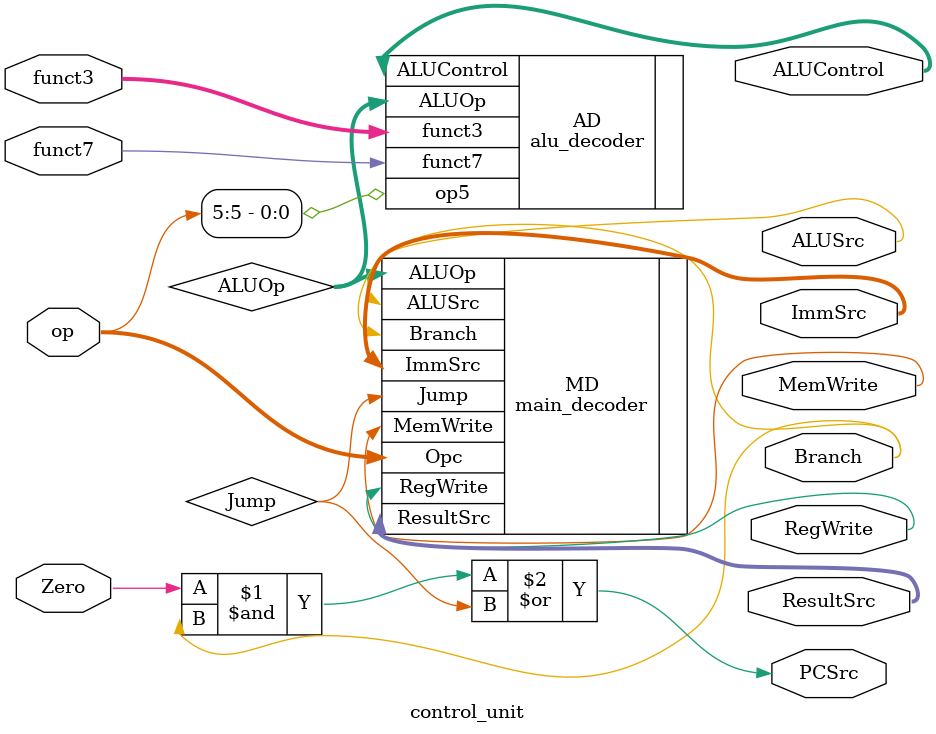
<source format=v>
`timescale 1ns / 1ps

module control_unit(
    input Zero, funct7,
    input [2:0] funct3,
    input [6:0] op,
    output [1:0] ResultSrc,
    output [2:0] ALUControl, ImmSrc,
    output PCSrc, ALUSrc, MemWrite, RegWrite, Branch
    );

wire [1:0] ALUOp;
wire Jump;


main_decoder MD(
    .Opc(op),
    .Jump(Jump),
    .Branch(Branch),
    .ResultSrc(ResultSrc),
    .ImmSrc(ImmSrc),
    .MemWrite(MemWrite),
    .ALUSrc(ALUSrc),
    .RegWrite(RegWrite),
    .ALUOp(ALUOp)
);

assign PCSrc = (Zero & Branch) | Jump;

alu_decoder AD(
    .funct7(funct7),
    .op5(op[5]),
    .funct3(funct3),
    .ALUOp(ALUOp),
    .ALUControl(ALUControl)
    );

endmodule


</source>
